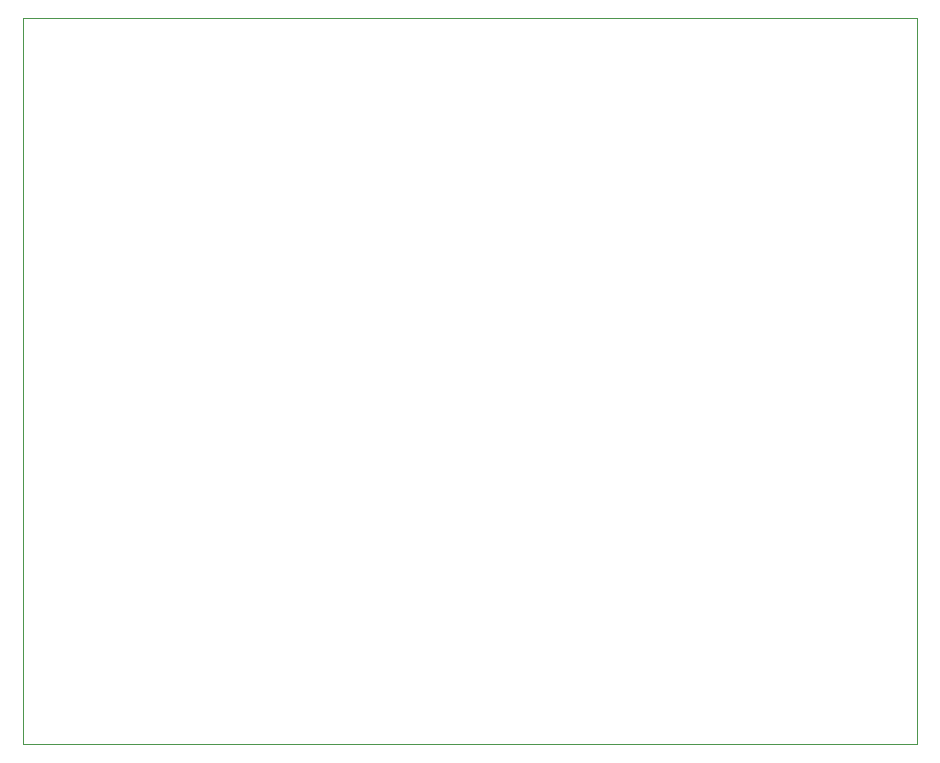
<source format=gbr>
%TF.GenerationSoftware,KiCad,Pcbnew,(6.0.9)*%
%TF.CreationDate,2022-11-16T17:04:13-08:00*%
%TF.ProjectId,ECE 411,45434520-3431-4312-9e6b-696361645f70,rev?*%
%TF.SameCoordinates,Original*%
%TF.FileFunction,Profile,NP*%
%FSLAX46Y46*%
G04 Gerber Fmt 4.6, Leading zero omitted, Abs format (unit mm)*
G04 Created by KiCad (PCBNEW (6.0.9)) date 2022-11-16 17:04:13*
%MOMM*%
%LPD*%
G01*
G04 APERTURE LIST*
%TA.AperFunction,Profile*%
%ADD10C,0.100000*%
%TD*%
G04 APERTURE END LIST*
D10*
X106172000Y-53340000D02*
X181864000Y-53340000D01*
X181864000Y-53340000D02*
X181864000Y-114808000D01*
X181864000Y-114808000D02*
X106172000Y-114808000D01*
X106172000Y-114808000D02*
X106172000Y-53340000D01*
M02*

</source>
